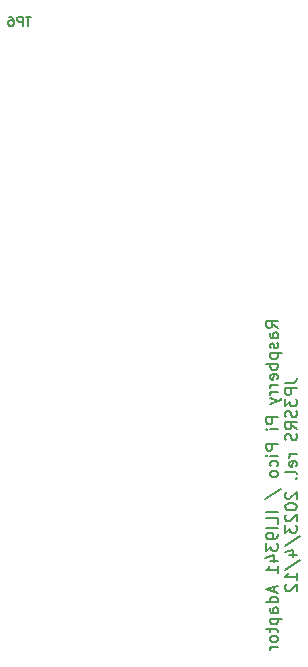
<source format=gbr>
%TF.GenerationSoftware,KiCad,Pcbnew,7.0.1*%
%TF.CreationDate,2023-04-12T13:42:12+09:00*%
%TF.ProjectId,KiCad,4b694361-642e-46b6-9963-61645f706362,rev?*%
%TF.SameCoordinates,PX7270e00PY8b3c880*%
%TF.FileFunction,Legend,Bot*%
%TF.FilePolarity,Positive*%
%FSLAX46Y46*%
G04 Gerber Fmt 4.6, Leading zero omitted, Abs format (unit mm)*
G04 Created by KiCad (PCBNEW 7.0.1) date 2023-04-12 13:42:12*
%MOMM*%
%LPD*%
G01*
G04 APERTURE LIST*
%ADD10C,0.150000*%
G04 APERTURE END LIST*
D10*
X44457619Y44285716D02*
X43981428Y44619049D01*
X44457619Y44857144D02*
X43457619Y44857144D01*
X43457619Y44857144D02*
X43457619Y44476192D01*
X43457619Y44476192D02*
X43505238Y44380954D01*
X43505238Y44380954D02*
X43552857Y44333335D01*
X43552857Y44333335D02*
X43648095Y44285716D01*
X43648095Y44285716D02*
X43790952Y44285716D01*
X43790952Y44285716D02*
X43886190Y44333335D01*
X43886190Y44333335D02*
X43933809Y44380954D01*
X43933809Y44380954D02*
X43981428Y44476192D01*
X43981428Y44476192D02*
X43981428Y44857144D01*
X44457619Y43428573D02*
X43933809Y43428573D01*
X43933809Y43428573D02*
X43838571Y43476192D01*
X43838571Y43476192D02*
X43790952Y43571430D01*
X43790952Y43571430D02*
X43790952Y43761906D01*
X43790952Y43761906D02*
X43838571Y43857144D01*
X44410000Y43428573D02*
X44457619Y43523811D01*
X44457619Y43523811D02*
X44457619Y43761906D01*
X44457619Y43761906D02*
X44410000Y43857144D01*
X44410000Y43857144D02*
X44314761Y43904763D01*
X44314761Y43904763D02*
X44219523Y43904763D01*
X44219523Y43904763D02*
X44124285Y43857144D01*
X44124285Y43857144D02*
X44076666Y43761906D01*
X44076666Y43761906D02*
X44076666Y43523811D01*
X44076666Y43523811D02*
X44029047Y43428573D01*
X44410000Y43000001D02*
X44457619Y42904763D01*
X44457619Y42904763D02*
X44457619Y42714287D01*
X44457619Y42714287D02*
X44410000Y42619049D01*
X44410000Y42619049D02*
X44314761Y42571430D01*
X44314761Y42571430D02*
X44267142Y42571430D01*
X44267142Y42571430D02*
X44171904Y42619049D01*
X44171904Y42619049D02*
X44124285Y42714287D01*
X44124285Y42714287D02*
X44124285Y42857144D01*
X44124285Y42857144D02*
X44076666Y42952382D01*
X44076666Y42952382D02*
X43981428Y43000001D01*
X43981428Y43000001D02*
X43933809Y43000001D01*
X43933809Y43000001D02*
X43838571Y42952382D01*
X43838571Y42952382D02*
X43790952Y42857144D01*
X43790952Y42857144D02*
X43790952Y42714287D01*
X43790952Y42714287D02*
X43838571Y42619049D01*
X43790952Y42142858D02*
X44790952Y42142858D01*
X43838571Y42142858D02*
X43790952Y42047620D01*
X43790952Y42047620D02*
X43790952Y41857144D01*
X43790952Y41857144D02*
X43838571Y41761906D01*
X43838571Y41761906D02*
X43886190Y41714287D01*
X43886190Y41714287D02*
X43981428Y41666668D01*
X43981428Y41666668D02*
X44267142Y41666668D01*
X44267142Y41666668D02*
X44362380Y41714287D01*
X44362380Y41714287D02*
X44410000Y41761906D01*
X44410000Y41761906D02*
X44457619Y41857144D01*
X44457619Y41857144D02*
X44457619Y42047620D01*
X44457619Y42047620D02*
X44410000Y42142858D01*
X44457619Y41238096D02*
X43457619Y41238096D01*
X43838571Y41238096D02*
X43790952Y41142858D01*
X43790952Y41142858D02*
X43790952Y40952382D01*
X43790952Y40952382D02*
X43838571Y40857144D01*
X43838571Y40857144D02*
X43886190Y40809525D01*
X43886190Y40809525D02*
X43981428Y40761906D01*
X43981428Y40761906D02*
X44267142Y40761906D01*
X44267142Y40761906D02*
X44362380Y40809525D01*
X44362380Y40809525D02*
X44410000Y40857144D01*
X44410000Y40857144D02*
X44457619Y40952382D01*
X44457619Y40952382D02*
X44457619Y41142858D01*
X44457619Y41142858D02*
X44410000Y41238096D01*
X44410000Y39952382D02*
X44457619Y40047620D01*
X44457619Y40047620D02*
X44457619Y40238096D01*
X44457619Y40238096D02*
X44410000Y40333334D01*
X44410000Y40333334D02*
X44314761Y40380953D01*
X44314761Y40380953D02*
X43933809Y40380953D01*
X43933809Y40380953D02*
X43838571Y40333334D01*
X43838571Y40333334D02*
X43790952Y40238096D01*
X43790952Y40238096D02*
X43790952Y40047620D01*
X43790952Y40047620D02*
X43838571Y39952382D01*
X43838571Y39952382D02*
X43933809Y39904763D01*
X43933809Y39904763D02*
X44029047Y39904763D01*
X44029047Y39904763D02*
X44124285Y40380953D01*
X44457619Y39476191D02*
X43790952Y39476191D01*
X43981428Y39476191D02*
X43886190Y39428572D01*
X43886190Y39428572D02*
X43838571Y39380953D01*
X43838571Y39380953D02*
X43790952Y39285715D01*
X43790952Y39285715D02*
X43790952Y39190477D01*
X44457619Y38857143D02*
X43790952Y38857143D01*
X43981428Y38857143D02*
X43886190Y38809524D01*
X43886190Y38809524D02*
X43838571Y38761905D01*
X43838571Y38761905D02*
X43790952Y38666667D01*
X43790952Y38666667D02*
X43790952Y38571429D01*
X43790952Y38333333D02*
X44457619Y38095238D01*
X43790952Y37857143D02*
X44457619Y38095238D01*
X44457619Y38095238D02*
X44695714Y38190476D01*
X44695714Y38190476D02*
X44743333Y38238095D01*
X44743333Y38238095D02*
X44790952Y38333333D01*
X44457619Y36714285D02*
X43457619Y36714285D01*
X43457619Y36714285D02*
X43457619Y36333333D01*
X43457619Y36333333D02*
X43505238Y36238095D01*
X43505238Y36238095D02*
X43552857Y36190476D01*
X43552857Y36190476D02*
X43648095Y36142857D01*
X43648095Y36142857D02*
X43790952Y36142857D01*
X43790952Y36142857D02*
X43886190Y36190476D01*
X43886190Y36190476D02*
X43933809Y36238095D01*
X43933809Y36238095D02*
X43981428Y36333333D01*
X43981428Y36333333D02*
X43981428Y36714285D01*
X44457619Y35714285D02*
X43790952Y35714285D01*
X43457619Y35714285D02*
X43505238Y35761904D01*
X43505238Y35761904D02*
X43552857Y35714285D01*
X43552857Y35714285D02*
X43505238Y35666666D01*
X43505238Y35666666D02*
X43457619Y35714285D01*
X43457619Y35714285D02*
X43552857Y35714285D01*
X44457619Y34476190D02*
X43457619Y34476190D01*
X43457619Y34476190D02*
X43457619Y34095238D01*
X43457619Y34095238D02*
X43505238Y34000000D01*
X43505238Y34000000D02*
X43552857Y33952381D01*
X43552857Y33952381D02*
X43648095Y33904762D01*
X43648095Y33904762D02*
X43790952Y33904762D01*
X43790952Y33904762D02*
X43886190Y33952381D01*
X43886190Y33952381D02*
X43933809Y34000000D01*
X43933809Y34000000D02*
X43981428Y34095238D01*
X43981428Y34095238D02*
X43981428Y34476190D01*
X44457619Y33476190D02*
X43790952Y33476190D01*
X43457619Y33476190D02*
X43505238Y33523809D01*
X43505238Y33523809D02*
X43552857Y33476190D01*
X43552857Y33476190D02*
X43505238Y33428571D01*
X43505238Y33428571D02*
X43457619Y33476190D01*
X43457619Y33476190D02*
X43552857Y33476190D01*
X44410000Y32571429D02*
X44457619Y32666667D01*
X44457619Y32666667D02*
X44457619Y32857143D01*
X44457619Y32857143D02*
X44410000Y32952381D01*
X44410000Y32952381D02*
X44362380Y33000000D01*
X44362380Y33000000D02*
X44267142Y33047619D01*
X44267142Y33047619D02*
X43981428Y33047619D01*
X43981428Y33047619D02*
X43886190Y33000000D01*
X43886190Y33000000D02*
X43838571Y32952381D01*
X43838571Y32952381D02*
X43790952Y32857143D01*
X43790952Y32857143D02*
X43790952Y32666667D01*
X43790952Y32666667D02*
X43838571Y32571429D01*
X44457619Y32000000D02*
X44410000Y32095238D01*
X44410000Y32095238D02*
X44362380Y32142857D01*
X44362380Y32142857D02*
X44267142Y32190476D01*
X44267142Y32190476D02*
X43981428Y32190476D01*
X43981428Y32190476D02*
X43886190Y32142857D01*
X43886190Y32142857D02*
X43838571Y32095238D01*
X43838571Y32095238D02*
X43790952Y32000000D01*
X43790952Y32000000D02*
X43790952Y31857143D01*
X43790952Y31857143D02*
X43838571Y31761905D01*
X43838571Y31761905D02*
X43886190Y31714286D01*
X43886190Y31714286D02*
X43981428Y31666667D01*
X43981428Y31666667D02*
X44267142Y31666667D01*
X44267142Y31666667D02*
X44362380Y31714286D01*
X44362380Y31714286D02*
X44410000Y31761905D01*
X44410000Y31761905D02*
X44457619Y31857143D01*
X44457619Y31857143D02*
X44457619Y32000000D01*
X43410000Y29761905D02*
X44695714Y30619047D01*
X44457619Y28666666D02*
X43457619Y28666666D01*
X44457619Y27714286D02*
X44457619Y28190476D01*
X44457619Y28190476D02*
X43457619Y28190476D01*
X44457619Y27380952D02*
X43457619Y27380952D01*
X44457619Y26857143D02*
X44457619Y26666667D01*
X44457619Y26666667D02*
X44410000Y26571429D01*
X44410000Y26571429D02*
X44362380Y26523810D01*
X44362380Y26523810D02*
X44219523Y26428572D01*
X44219523Y26428572D02*
X44029047Y26380953D01*
X44029047Y26380953D02*
X43648095Y26380953D01*
X43648095Y26380953D02*
X43552857Y26428572D01*
X43552857Y26428572D02*
X43505238Y26476191D01*
X43505238Y26476191D02*
X43457619Y26571429D01*
X43457619Y26571429D02*
X43457619Y26761905D01*
X43457619Y26761905D02*
X43505238Y26857143D01*
X43505238Y26857143D02*
X43552857Y26904762D01*
X43552857Y26904762D02*
X43648095Y26952381D01*
X43648095Y26952381D02*
X43886190Y26952381D01*
X43886190Y26952381D02*
X43981428Y26904762D01*
X43981428Y26904762D02*
X44029047Y26857143D01*
X44029047Y26857143D02*
X44076666Y26761905D01*
X44076666Y26761905D02*
X44076666Y26571429D01*
X44076666Y26571429D02*
X44029047Y26476191D01*
X44029047Y26476191D02*
X43981428Y26428572D01*
X43981428Y26428572D02*
X43886190Y26380953D01*
X43457619Y26047619D02*
X43457619Y25428572D01*
X43457619Y25428572D02*
X43838571Y25761905D01*
X43838571Y25761905D02*
X43838571Y25619048D01*
X43838571Y25619048D02*
X43886190Y25523810D01*
X43886190Y25523810D02*
X43933809Y25476191D01*
X43933809Y25476191D02*
X44029047Y25428572D01*
X44029047Y25428572D02*
X44267142Y25428572D01*
X44267142Y25428572D02*
X44362380Y25476191D01*
X44362380Y25476191D02*
X44410000Y25523810D01*
X44410000Y25523810D02*
X44457619Y25619048D01*
X44457619Y25619048D02*
X44457619Y25904762D01*
X44457619Y25904762D02*
X44410000Y26000000D01*
X44410000Y26000000D02*
X44362380Y26047619D01*
X43790952Y24571429D02*
X44457619Y24571429D01*
X43410000Y24809524D02*
X44124285Y25047619D01*
X44124285Y25047619D02*
X44124285Y24428572D01*
X44457619Y23523810D02*
X44457619Y24095238D01*
X44457619Y23809524D02*
X43457619Y23809524D01*
X43457619Y23809524D02*
X43600476Y23904762D01*
X43600476Y23904762D02*
X43695714Y24000000D01*
X43695714Y24000000D02*
X43743333Y24095238D01*
X44171904Y22380952D02*
X44171904Y21904762D01*
X44457619Y22476190D02*
X43457619Y22142857D01*
X43457619Y22142857D02*
X44457619Y21809524D01*
X44457619Y21047619D02*
X43457619Y21047619D01*
X44410000Y21047619D02*
X44457619Y21142857D01*
X44457619Y21142857D02*
X44457619Y21333333D01*
X44457619Y21333333D02*
X44410000Y21428571D01*
X44410000Y21428571D02*
X44362380Y21476190D01*
X44362380Y21476190D02*
X44267142Y21523809D01*
X44267142Y21523809D02*
X43981428Y21523809D01*
X43981428Y21523809D02*
X43886190Y21476190D01*
X43886190Y21476190D02*
X43838571Y21428571D01*
X43838571Y21428571D02*
X43790952Y21333333D01*
X43790952Y21333333D02*
X43790952Y21142857D01*
X43790952Y21142857D02*
X43838571Y21047619D01*
X44457619Y20142857D02*
X43933809Y20142857D01*
X43933809Y20142857D02*
X43838571Y20190476D01*
X43838571Y20190476D02*
X43790952Y20285714D01*
X43790952Y20285714D02*
X43790952Y20476190D01*
X43790952Y20476190D02*
X43838571Y20571428D01*
X44410000Y20142857D02*
X44457619Y20238095D01*
X44457619Y20238095D02*
X44457619Y20476190D01*
X44457619Y20476190D02*
X44410000Y20571428D01*
X44410000Y20571428D02*
X44314761Y20619047D01*
X44314761Y20619047D02*
X44219523Y20619047D01*
X44219523Y20619047D02*
X44124285Y20571428D01*
X44124285Y20571428D02*
X44076666Y20476190D01*
X44076666Y20476190D02*
X44076666Y20238095D01*
X44076666Y20238095D02*
X44029047Y20142857D01*
X43790952Y19666666D02*
X44790952Y19666666D01*
X43838571Y19666666D02*
X43790952Y19571428D01*
X43790952Y19571428D02*
X43790952Y19380952D01*
X43790952Y19380952D02*
X43838571Y19285714D01*
X43838571Y19285714D02*
X43886190Y19238095D01*
X43886190Y19238095D02*
X43981428Y19190476D01*
X43981428Y19190476D02*
X44267142Y19190476D01*
X44267142Y19190476D02*
X44362380Y19238095D01*
X44362380Y19238095D02*
X44410000Y19285714D01*
X44410000Y19285714D02*
X44457619Y19380952D01*
X44457619Y19380952D02*
X44457619Y19571428D01*
X44457619Y19571428D02*
X44410000Y19666666D01*
X43790952Y18904761D02*
X43790952Y18523809D01*
X43457619Y18761904D02*
X44314761Y18761904D01*
X44314761Y18761904D02*
X44410000Y18714285D01*
X44410000Y18714285D02*
X44457619Y18619047D01*
X44457619Y18619047D02*
X44457619Y18523809D01*
X44457619Y18047618D02*
X44410000Y18142856D01*
X44410000Y18142856D02*
X44362380Y18190475D01*
X44362380Y18190475D02*
X44267142Y18238094D01*
X44267142Y18238094D02*
X43981428Y18238094D01*
X43981428Y18238094D02*
X43886190Y18190475D01*
X43886190Y18190475D02*
X43838571Y18142856D01*
X43838571Y18142856D02*
X43790952Y18047618D01*
X43790952Y18047618D02*
X43790952Y17904761D01*
X43790952Y17904761D02*
X43838571Y17809523D01*
X43838571Y17809523D02*
X43886190Y17761904D01*
X43886190Y17761904D02*
X43981428Y17714285D01*
X43981428Y17714285D02*
X44267142Y17714285D01*
X44267142Y17714285D02*
X44362380Y17761904D01*
X44362380Y17761904D02*
X44410000Y17809523D01*
X44410000Y17809523D02*
X44457619Y17904761D01*
X44457619Y17904761D02*
X44457619Y18047618D01*
X44457619Y17285713D02*
X43790952Y17285713D01*
X43981428Y17285713D02*
X43886190Y17238094D01*
X43886190Y17238094D02*
X43838571Y17190475D01*
X43838571Y17190475D02*
X43790952Y17095237D01*
X43790952Y17095237D02*
X43790952Y16999999D01*
X45077619Y39666668D02*
X45791904Y39666668D01*
X45791904Y39666668D02*
X45934761Y39714287D01*
X45934761Y39714287D02*
X46030000Y39809525D01*
X46030000Y39809525D02*
X46077619Y39952382D01*
X46077619Y39952382D02*
X46077619Y40047620D01*
X46077619Y39190477D02*
X45077619Y39190477D01*
X45077619Y39190477D02*
X45077619Y38809525D01*
X45077619Y38809525D02*
X45125238Y38714287D01*
X45125238Y38714287D02*
X45172857Y38666668D01*
X45172857Y38666668D02*
X45268095Y38619049D01*
X45268095Y38619049D02*
X45410952Y38619049D01*
X45410952Y38619049D02*
X45506190Y38666668D01*
X45506190Y38666668D02*
X45553809Y38714287D01*
X45553809Y38714287D02*
X45601428Y38809525D01*
X45601428Y38809525D02*
X45601428Y39190477D01*
X45077619Y38285715D02*
X45077619Y37666668D01*
X45077619Y37666668D02*
X45458571Y38000001D01*
X45458571Y38000001D02*
X45458571Y37857144D01*
X45458571Y37857144D02*
X45506190Y37761906D01*
X45506190Y37761906D02*
X45553809Y37714287D01*
X45553809Y37714287D02*
X45649047Y37666668D01*
X45649047Y37666668D02*
X45887142Y37666668D01*
X45887142Y37666668D02*
X45982380Y37714287D01*
X45982380Y37714287D02*
X46030000Y37761906D01*
X46030000Y37761906D02*
X46077619Y37857144D01*
X46077619Y37857144D02*
X46077619Y38142858D01*
X46077619Y38142858D02*
X46030000Y38238096D01*
X46030000Y38238096D02*
X45982380Y38285715D01*
X46030000Y37285715D02*
X46077619Y37142858D01*
X46077619Y37142858D02*
X46077619Y36904763D01*
X46077619Y36904763D02*
X46030000Y36809525D01*
X46030000Y36809525D02*
X45982380Y36761906D01*
X45982380Y36761906D02*
X45887142Y36714287D01*
X45887142Y36714287D02*
X45791904Y36714287D01*
X45791904Y36714287D02*
X45696666Y36761906D01*
X45696666Y36761906D02*
X45649047Y36809525D01*
X45649047Y36809525D02*
X45601428Y36904763D01*
X45601428Y36904763D02*
X45553809Y37095239D01*
X45553809Y37095239D02*
X45506190Y37190477D01*
X45506190Y37190477D02*
X45458571Y37238096D01*
X45458571Y37238096D02*
X45363333Y37285715D01*
X45363333Y37285715D02*
X45268095Y37285715D01*
X45268095Y37285715D02*
X45172857Y37238096D01*
X45172857Y37238096D02*
X45125238Y37190477D01*
X45125238Y37190477D02*
X45077619Y37095239D01*
X45077619Y37095239D02*
X45077619Y36857144D01*
X45077619Y36857144D02*
X45125238Y36714287D01*
X46077619Y35714287D02*
X45601428Y36047620D01*
X46077619Y36285715D02*
X45077619Y36285715D01*
X45077619Y36285715D02*
X45077619Y35904763D01*
X45077619Y35904763D02*
X45125238Y35809525D01*
X45125238Y35809525D02*
X45172857Y35761906D01*
X45172857Y35761906D02*
X45268095Y35714287D01*
X45268095Y35714287D02*
X45410952Y35714287D01*
X45410952Y35714287D02*
X45506190Y35761906D01*
X45506190Y35761906D02*
X45553809Y35809525D01*
X45553809Y35809525D02*
X45601428Y35904763D01*
X45601428Y35904763D02*
X45601428Y36285715D01*
X46030000Y35333334D02*
X46077619Y35190477D01*
X46077619Y35190477D02*
X46077619Y34952382D01*
X46077619Y34952382D02*
X46030000Y34857144D01*
X46030000Y34857144D02*
X45982380Y34809525D01*
X45982380Y34809525D02*
X45887142Y34761906D01*
X45887142Y34761906D02*
X45791904Y34761906D01*
X45791904Y34761906D02*
X45696666Y34809525D01*
X45696666Y34809525D02*
X45649047Y34857144D01*
X45649047Y34857144D02*
X45601428Y34952382D01*
X45601428Y34952382D02*
X45553809Y35142858D01*
X45553809Y35142858D02*
X45506190Y35238096D01*
X45506190Y35238096D02*
X45458571Y35285715D01*
X45458571Y35285715D02*
X45363333Y35333334D01*
X45363333Y35333334D02*
X45268095Y35333334D01*
X45268095Y35333334D02*
X45172857Y35285715D01*
X45172857Y35285715D02*
X45125238Y35238096D01*
X45125238Y35238096D02*
X45077619Y35142858D01*
X45077619Y35142858D02*
X45077619Y34904763D01*
X45077619Y34904763D02*
X45125238Y34761906D01*
X46077619Y33571429D02*
X45410952Y33571429D01*
X45601428Y33571429D02*
X45506190Y33523810D01*
X45506190Y33523810D02*
X45458571Y33476191D01*
X45458571Y33476191D02*
X45410952Y33380953D01*
X45410952Y33380953D02*
X45410952Y33285715D01*
X46030000Y32571429D02*
X46077619Y32666667D01*
X46077619Y32666667D02*
X46077619Y32857143D01*
X46077619Y32857143D02*
X46030000Y32952381D01*
X46030000Y32952381D02*
X45934761Y33000000D01*
X45934761Y33000000D02*
X45553809Y33000000D01*
X45553809Y33000000D02*
X45458571Y32952381D01*
X45458571Y32952381D02*
X45410952Y32857143D01*
X45410952Y32857143D02*
X45410952Y32666667D01*
X45410952Y32666667D02*
X45458571Y32571429D01*
X45458571Y32571429D02*
X45553809Y32523810D01*
X45553809Y32523810D02*
X45649047Y32523810D01*
X45649047Y32523810D02*
X45744285Y33000000D01*
X46077619Y31952381D02*
X46030000Y32047619D01*
X46030000Y32047619D02*
X45934761Y32095238D01*
X45934761Y32095238D02*
X45077619Y32095238D01*
X45982380Y31571428D02*
X46030000Y31523809D01*
X46030000Y31523809D02*
X46077619Y31571428D01*
X46077619Y31571428D02*
X46030000Y31619047D01*
X46030000Y31619047D02*
X45982380Y31571428D01*
X45982380Y31571428D02*
X46077619Y31571428D01*
X45172857Y30380952D02*
X45125238Y30333333D01*
X45125238Y30333333D02*
X45077619Y30238095D01*
X45077619Y30238095D02*
X45077619Y30000000D01*
X45077619Y30000000D02*
X45125238Y29904762D01*
X45125238Y29904762D02*
X45172857Y29857143D01*
X45172857Y29857143D02*
X45268095Y29809524D01*
X45268095Y29809524D02*
X45363333Y29809524D01*
X45363333Y29809524D02*
X45506190Y29857143D01*
X45506190Y29857143D02*
X46077619Y30428571D01*
X46077619Y30428571D02*
X46077619Y29809524D01*
X45077619Y29190476D02*
X45077619Y29095238D01*
X45077619Y29095238D02*
X45125238Y29000000D01*
X45125238Y29000000D02*
X45172857Y28952381D01*
X45172857Y28952381D02*
X45268095Y28904762D01*
X45268095Y28904762D02*
X45458571Y28857143D01*
X45458571Y28857143D02*
X45696666Y28857143D01*
X45696666Y28857143D02*
X45887142Y28904762D01*
X45887142Y28904762D02*
X45982380Y28952381D01*
X45982380Y28952381D02*
X46030000Y29000000D01*
X46030000Y29000000D02*
X46077619Y29095238D01*
X46077619Y29095238D02*
X46077619Y29190476D01*
X46077619Y29190476D02*
X46030000Y29285714D01*
X46030000Y29285714D02*
X45982380Y29333333D01*
X45982380Y29333333D02*
X45887142Y29380952D01*
X45887142Y29380952D02*
X45696666Y29428571D01*
X45696666Y29428571D02*
X45458571Y29428571D01*
X45458571Y29428571D02*
X45268095Y29380952D01*
X45268095Y29380952D02*
X45172857Y29333333D01*
X45172857Y29333333D02*
X45125238Y29285714D01*
X45125238Y29285714D02*
X45077619Y29190476D01*
X45172857Y28476190D02*
X45125238Y28428571D01*
X45125238Y28428571D02*
X45077619Y28333333D01*
X45077619Y28333333D02*
X45077619Y28095238D01*
X45077619Y28095238D02*
X45125238Y28000000D01*
X45125238Y28000000D02*
X45172857Y27952381D01*
X45172857Y27952381D02*
X45268095Y27904762D01*
X45268095Y27904762D02*
X45363333Y27904762D01*
X45363333Y27904762D02*
X45506190Y27952381D01*
X45506190Y27952381D02*
X46077619Y28523809D01*
X46077619Y28523809D02*
X46077619Y27904762D01*
X45077619Y27571428D02*
X45077619Y26952381D01*
X45077619Y26952381D02*
X45458571Y27285714D01*
X45458571Y27285714D02*
X45458571Y27142857D01*
X45458571Y27142857D02*
X45506190Y27047619D01*
X45506190Y27047619D02*
X45553809Y27000000D01*
X45553809Y27000000D02*
X45649047Y26952381D01*
X45649047Y26952381D02*
X45887142Y26952381D01*
X45887142Y26952381D02*
X45982380Y27000000D01*
X45982380Y27000000D02*
X46030000Y27047619D01*
X46030000Y27047619D02*
X46077619Y27142857D01*
X46077619Y27142857D02*
X46077619Y27428571D01*
X46077619Y27428571D02*
X46030000Y27523809D01*
X46030000Y27523809D02*
X45982380Y27571428D01*
X45030000Y25809524D02*
X46315714Y26666666D01*
X45410952Y25047619D02*
X46077619Y25047619D01*
X45030000Y25285714D02*
X45744285Y25523809D01*
X45744285Y25523809D02*
X45744285Y24904762D01*
X45030000Y23809524D02*
X46315714Y24666666D01*
X46077619Y22952381D02*
X46077619Y23523809D01*
X46077619Y23238095D02*
X45077619Y23238095D01*
X45077619Y23238095D02*
X45220476Y23333333D01*
X45220476Y23333333D02*
X45315714Y23428571D01*
X45315714Y23428571D02*
X45363333Y23523809D01*
X45172857Y22571428D02*
X45125238Y22523809D01*
X45125238Y22523809D02*
X45077619Y22428571D01*
X45077619Y22428571D02*
X45077619Y22190476D01*
X45077619Y22190476D02*
X45125238Y22095238D01*
X45125238Y22095238D02*
X45172857Y22047619D01*
X45172857Y22047619D02*
X45268095Y22000000D01*
X45268095Y22000000D02*
X45363333Y22000000D01*
X45363333Y22000000D02*
X45506190Y22047619D01*
X45506190Y22047619D02*
X46077619Y22619047D01*
X46077619Y22619047D02*
X46077619Y22000000D01*
%TO.C,U1*%
X23573809Y70647905D02*
X23116666Y70647905D01*
X23345238Y69847905D02*
X23345238Y70647905D01*
X22849999Y69847905D02*
X22849999Y70647905D01*
X22849999Y70647905D02*
X22545237Y70647905D01*
X22545237Y70647905D02*
X22469047Y70609810D01*
X22469047Y70609810D02*
X22430952Y70571715D01*
X22430952Y70571715D02*
X22392856Y70495524D01*
X22392856Y70495524D02*
X22392856Y70381239D01*
X22392856Y70381239D02*
X22430952Y70305048D01*
X22430952Y70305048D02*
X22469047Y70266953D01*
X22469047Y70266953D02*
X22545237Y70228858D01*
X22545237Y70228858D02*
X22849999Y70228858D01*
X21707142Y70647905D02*
X21859523Y70647905D01*
X21859523Y70647905D02*
X21935714Y70609810D01*
X21935714Y70609810D02*
X21973809Y70571715D01*
X21973809Y70571715D02*
X22049999Y70457429D01*
X22049999Y70457429D02*
X22088095Y70305048D01*
X22088095Y70305048D02*
X22088095Y70000286D01*
X22088095Y70000286D02*
X22049999Y69924096D01*
X22049999Y69924096D02*
X22011904Y69886000D01*
X22011904Y69886000D02*
X21935714Y69847905D01*
X21935714Y69847905D02*
X21783333Y69847905D01*
X21783333Y69847905D02*
X21707142Y69886000D01*
X21707142Y69886000D02*
X21669047Y69924096D01*
X21669047Y69924096D02*
X21630952Y70000286D01*
X21630952Y70000286D02*
X21630952Y70190762D01*
X21630952Y70190762D02*
X21669047Y70266953D01*
X21669047Y70266953D02*
X21707142Y70305048D01*
X21707142Y70305048D02*
X21783333Y70343143D01*
X21783333Y70343143D02*
X21935714Y70343143D01*
X21935714Y70343143D02*
X22011904Y70305048D01*
X22011904Y70305048D02*
X22049999Y70266953D01*
X22049999Y70266953D02*
X22088095Y70190762D01*
%TD*%
M02*

</source>
